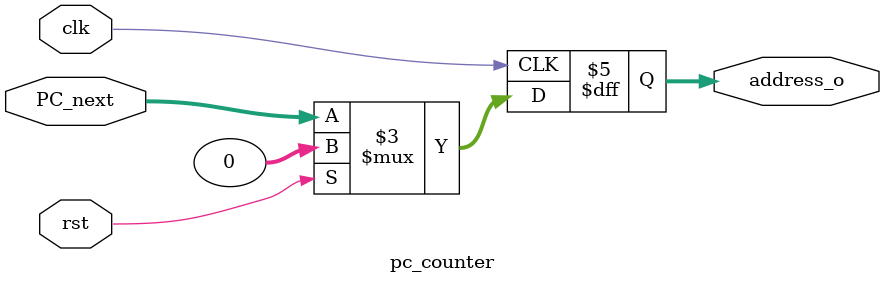
<source format=sv>
`timescale 1ns / 1ps

module pc_counter#(

    parameter ADDRESS_WIDTH = 32
)
(
input logic  rst,clk,
input logic  [ADDRESS_WIDTH-1:0] PC_next,

output logic [ADDRESS_WIDTH - 1 : 0] address_o
);

always_ff @(posedge clk) begin 
    if (rst) begin
        address_o <= 32'b0;
    end else begin
        address_o <= PC_next;
    end
end       
    
endmodule

</source>
